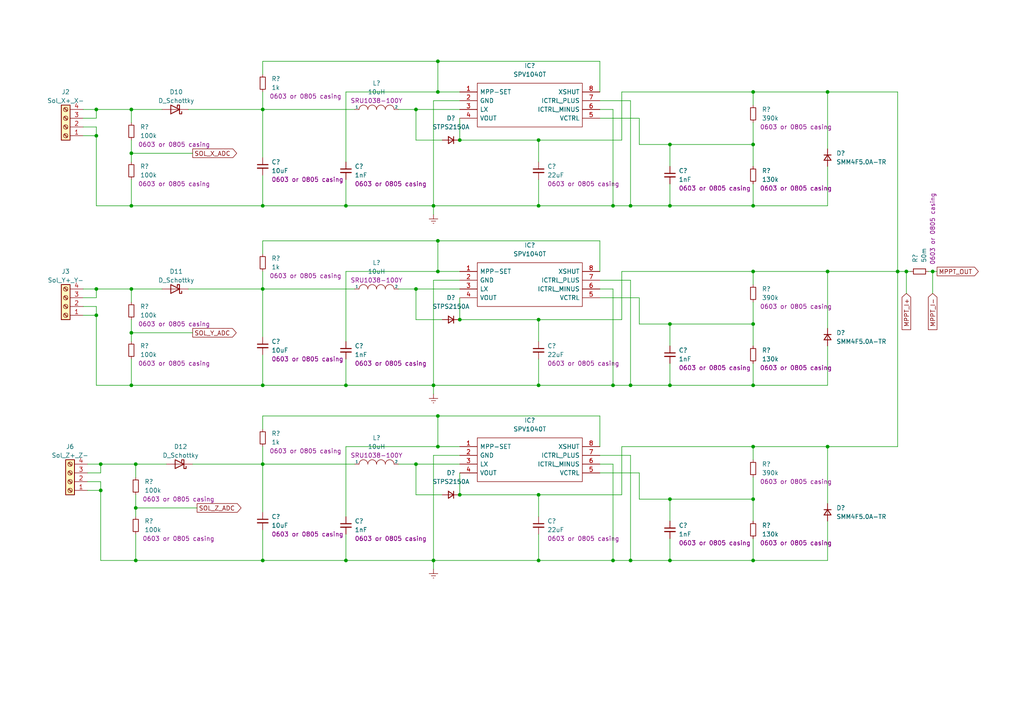
<source format=kicad_sch>
(kicad_sch (version 20230121) (generator eeschema)
  (paper "A4")
  (lib_symbols
    (symbol "Connector:Screw_Terminal_01x04" (pin_names (offset 1.016) hide)
      (property "Reference" "J" (at 0 5.08 0))
      (property "Value" "Screw_Terminal_01x04" (at 0 -7.62 0))
      (symbol "Screw_Terminal_01x04_1_1"
        (rectangle (start -1.27 3.81) (end 1.27 -6.35) (stroke (width 0.254)) (fill (type background)))
        (circle (center 0 -5.08) (radius 0.635) (stroke (width 0.1524)))
        (circle (center 0 -2.54) (radius 0.635) (stroke (width 0.1524)))
        (polyline (pts (xy -0.5334 -4.7498) (xy 0.3302 -5.588)) (stroke (width 0.1524)))
        (polyline (pts (xy -0.5334 -2.2098) (xy 0.3302 -3.048)) (stroke (width 0.1524)))
        (polyline (pts (xy -0.5334 0.3302) (xy 0.3302 -0.508)) (stroke (width 0.1524)))
        (polyline (pts (xy -0.5334 2.8702) (xy 0.3302 2.032)) (stroke (width 0.1524)))
        (polyline (pts (xy -0.3556 -4.572) (xy 0.508 -5.4102)) (stroke (width 0.1524)))
        (polyline (pts (xy -0.3556 -2.032) (xy 0.508 -2.8702)) (stroke (width 0.1524)))
        (polyline (pts (xy -0.3556 0.508) (xy 0.508 -0.3302)) (stroke (width 0.1524)))
        (polyline (pts (xy -0.3556 3.048) (xy 0.508 2.2098)) (stroke (width 0.1524)))
        (circle (center 0 0) (radius 0.635) (stroke (width 0.1524)))
        (circle (center 0 2.54) (radius 0.635) (stroke (width 0.1524)))
        (pin passive line (at -5.08 2.54 0) (length 3.81) (name "Pin_1") (number "1"))
        (pin passive line (at -5.08 0 0) (length 3.81) (name "Pin_2") (number "2"))
        (pin passive line (at -5.08 -2.54 0) (length 3.81) (name "Pin_3") (number "3"))
        (pin passive line (at -5.08 -5.08 0) (length 3.81) (name "Pin_4") (number "4"))
      )
    )
    (symbol "Device:C_Small" (pin_numbers hide) (pin_names (offset 0.254) hide)
      (property "Reference" "C" (at 0.254 1.778 0))
      (property "Value" "C_Small" (at 0.254 -2.032 0))
      (symbol "C_Small_0_1"
        (polyline (pts (xy -1.524 -0.508) (xy 1.524 -0.508)) (stroke (width 0.3302)))
        (polyline (pts (xy -1.524 0.508) (xy 1.524 0.508)) (stroke (width 0.3048)))
      )
      (symbol "C_Small_1_1"
        (pin passive line (at 0 2.54 270) (length 2.032) (name "~") (number "1"))
        (pin passive line (at 0 -2.54 90) (length 2.032) (name "~") (number "2"))
      )
    )
    (symbol "Device:D_Schottky" (pin_numbers hide) (pin_names (offset 1.016) hide)
      (property "Reference" "D" (at 0 2.54 0))
      (property "Value" "D_Schottky" (at 0 -2.54 0))
      (symbol "D_Schottky_0_1"
        (polyline (pts (xy 1.27 0) (xy -1.27 0)))
        (polyline (pts (xy 1.27 1.27) (xy 1.27 -1.27) (xy -1.27 0) (xy 1.27 1.27)) (stroke (width 0.254)))
        (polyline (pts (xy -1.905 0.635) (xy -1.905 1.27) (xy -1.27 1.27) (xy -1.27 -1.27) (xy -0.635 -1.27) (xy -0.635 -0.635)) (stroke (width 0.254)))
      )
      (symbol "D_Schottky_1_1"
        (pin passive line (at -3.81 0 0) (length 2.54) (name "K") (number "1"))
        (pin passive line (at 3.81 0 180) (length 2.54) (name "A") (number "2"))
      )
    )
    (symbol "Device:D_Small" (pin_numbers hide) (pin_names (offset 0.254) hide)
      (property "Reference" "D" (at -1.27 2.032 0))
      (property "Value" "D_Small" (at -3.81 -2.032 0))
      (symbol "D_Small_0_1"
        (polyline (pts (xy -0.762 -1.016) (xy -0.762 1.016)) (stroke (width 0.254)))
        (polyline (pts (xy -0.762 0) (xy 0.762 0)))
        (polyline (pts (xy 0.762 -1.016) (xy -0.762 0) (xy 0.762 1.016) (xy 0.762 -1.016)) (stroke (width 0.254)))
      )
      (symbol "D_Small_1_1"
        (pin passive line (at -2.54 0 0) (length 1.778) (name "K") (number "1"))
        (pin passive line (at 2.54 0 180) (length 1.778) (name "A") (number "2"))
      )
    )
    (symbol "Device:R_Small" (pin_numbers hide) (pin_names (offset 0.254) hide)
      (property "Reference" "R" (at 0.762 0.508 0))
      (property "Value" "R_Small" (at 0.762 -1.016 0))
      (symbol "R_Small_0_1"
        (rectangle (start -0.762 1.778) (end 0.762 -1.778) (stroke (width 0.2032)))
      )
      (symbol "R_Small_1_1"
        (pin passive line (at 0 2.54 270) (length 0.762) (name "~") (number "1"))
        (pin passive line (at 0 -2.54 90) (length 0.762) (name "~") (number "2"))
      )
    )
    (symbol "SPV1040T:SPV1040T" (pin_names (offset 0.762))
      (property "Reference" "IC" (at 36.83 7.62 0))
      (property "Value" "SPV1040T" (at 36.83 5.08 0))
      (symbol "SPV1040T_0_0"
        (pin passive line (at 0 0 0) (length 5.08) (name "MPP-SET") (number "1"))
        (pin passive line (at 0 -2.54 0) (length 5.08) (name "GND") (number "2"))
        (pin passive line (at 0 -5.08 0) (length 5.08) (name "LX") (number "3"))
        (pin passive line (at 0 -7.62 0) (length 5.08) (name "VOUT") (number "4"))
        (pin passive line (at 40.64 -7.62 180) (length 5.08) (name "VCTRL") (number "5"))
        (pin passive line (at 40.64 -5.08 180) (length 5.08) (name "ICTRL_MINUS") (number "6"))
        (pin passive line (at 40.64 -2.54 180) (length 5.08) (name "ICTRL_PLUS") (number "7"))
        (pin passive line (at 40.64 0 180) (length 5.08) (name "XSHUT") (number "8"))
      )
      (symbol "SPV1040T_0_1"
        (polyline (pts (xy 5.08 2.54) (xy 35.56 2.54) (xy 35.56 -10.16) (xy 5.08 -10.16) (xy 5.08 2.54)) (stroke (width 0.1524)))
      )
    )
    (symbol "power:Earth" (power) (pin_names (offset 0))
      (symbol "Earth_0_1"
        (polyline (pts (xy -0.635 -1.905) (xy 0.635 -1.905)))
        (polyline (pts (xy -0.127 -2.54) (xy 0.127 -2.54)))
        (polyline (pts (xy 0 -1.27) (xy 0 0)))
        (polyline (pts (xy 1.27 -1.27) (xy -1.27 -1.27)))
      )
      (symbol "Earth_1_1"
        (pin power_in line (at 0 0 270) (length 0) hide (name "Earth") (number "1"))
      )
    )
    (symbol "pspice:INDUCTOR" (pin_numbers hide) (pin_names (offset 0))
      (property "Reference" "L" (at 0 2.54 0))
      (property "Value" "INDUCTOR" (at 0 -1.27 0))
      (symbol "INDUCTOR_0_1"
        (arc (start -2.54 0) (mid -3.81 1.2645) (end -5.08 0))
        (arc (start 0 0) (mid -1.27 1.2645) (end -2.54 0))
        (arc (start 2.54 0) (mid 1.27 1.2645) (end 0 0))
        (arc (start 5.08 0) (mid 3.81 1.2645) (end 2.54 0))
      )
      (symbol "INDUCTOR_1_1"
        (pin input line (at -6.35 0 0) (length 1.27) (name "1") (number "1"))
        (pin input line (at 6.35 0 180) (length 1.27) (name "2") (number "2"))
      )
    )
  )
  (junction (at 156.21 162.56))
  (junction (at 39.37 134.62))
  (junction (at 27.94 39.37))
  (junction (at 76.2 83.82))
  (junction (at 100.33 59.69))
  (junction (at 194.31 111.76))
  (junction (at 127 78.74))
  (junction (at 156.21 40.64))
  (junction (at 156.21 59.69))
  (junction (at 127 120.65))
  (junction (at 38.1 111.76))
  (junction (at 194.31 59.69))
  (junction (at 120.65 134.62))
  (junction (at 38.1 59.69))
  (junction (at 100.33 111.76))
  (junction (at 177.8 162.56))
  (junction (at 39.37 147.32))
  (junction (at 194.31 144.78))
  (junction (at 262.89 78.74))
  (junction (at 29.21 142.24))
  (junction (at 218.44 41.91))
  (junction (at 133.35 40.64))
  (junction (at 177.8 111.76))
  (junction (at 218.44 144.78))
  (junction (at 182.88 59.69))
  (junction (at 218.44 26.67))
  (junction (at 125.73 162.56))
  (junction (at 194.31 93.98))
  (junction (at 260.35 78.74))
  (junction (at 76.2 59.69))
  (junction (at 133.35 143.51))
  (junction (at 156.21 92.71))
  (junction (at 100.33 162.56))
  (junction (at 127 17.78))
  (junction (at 240.03 78.74))
  (junction (at 218.44 59.69))
  (junction (at 76.2 111.76))
  (junction (at 156.21 143.51))
  (junction (at 218.44 129.54))
  (junction (at 76.2 31.75))
  (junction (at 218.44 78.74))
  (junction (at 218.44 162.56))
  (junction (at 38.1 96.52))
  (junction (at 27.94 91.44))
  (junction (at 39.37 162.56))
  (junction (at 182.88 162.56))
  (junction (at 38.1 83.82))
  (junction (at 76.2 134.62))
  (junction (at 120.65 83.82))
  (junction (at 177.8 59.69))
  (junction (at 133.35 92.71))
  (junction (at 120.65 31.75))
  (junction (at 182.88 111.76))
  (junction (at 240.03 129.54))
  (junction (at 127 26.67))
  (junction (at 125.73 59.69))
  (junction (at 156.21 111.76))
  (junction (at 240.03 26.67))
  (junction (at 125.73 111.76))
  (junction (at 29.21 134.62))
  (junction (at 194.31 41.91))
  (junction (at 194.31 162.56))
  (junction (at 270.51 78.74))
  (junction (at 38.1 44.45))
  (junction (at 127 69.85))
  (junction (at 127 129.54))
  (junction (at 38.1 31.75))
  (junction (at 218.44 111.76))
  (junction (at 76.2 162.56))
  (junction (at 27.94 31.75))
  (junction (at 218.44 93.98))
  (junction (at 27.94 83.82))
  (wire (pts (xy 260.35 78.74) (xy 260.35 129.54)))
  (wire (pts (xy 177.8 31.75) (xy 177.8 59.69)))
  (wire (pts (xy 156.21 40.64) (xy 133.35 40.64)))
  (wire (pts (xy 39.37 143.51) (xy 39.37 147.32)))
  (wire (pts (xy 27.94 111.76) (xy 27.94 91.44)))
  (wire (pts (xy 127 69.85) (xy 127 78.74)))
  (wire (pts (xy 156.21 92.71) (xy 156.21 99.06)))
  (wire (pts (xy 76.2 78.74) (xy 76.2 83.82)))
  (wire (pts (xy 76.2 83.82) (xy 76.2 97.79)))
  (wire (pts (xy 177.8 134.62) (xy 177.8 162.56)))
  (wire (pts (xy 76.2 31.75) (xy 102.87 31.75)))
  (wire (pts (xy 76.2 129.54) (xy 76.2 134.62)))
  (wire (pts (xy 194.31 105.41) (xy 194.31 111.76)))
  (wire (pts (xy 218.44 87.63) (xy 218.44 93.98)))
  (wire (pts (xy 115.57 134.62) (xy 120.65 134.62)))
  (wire (pts (xy 180.34 26.67) (xy 218.44 26.67)))
  (wire (pts (xy 38.1 52.07) (xy 38.1 59.69)))
  (wire (pts (xy 156.21 40.64) (xy 156.21 46.99)))
  (wire (pts (xy 156.21 162.56) (xy 177.8 162.56)))
  (wire (pts (xy 125.73 29.21) (xy 125.73 59.69)))
  (wire (pts (xy 27.94 39.37) (xy 24.13 39.37)))
  (wire (pts (xy 100.33 99.06) (xy 100.33 78.74)))
  (wire (pts (xy 27.94 36.83) (xy 27.94 39.37)))
  (wire (pts (xy 25.4 134.62) (xy 29.21 134.62)))
  (wire (pts (xy 218.44 53.34) (xy 218.44 59.69)))
  (wire (pts (xy 127 120.65) (xy 127 129.54)))
  (wire (pts (xy 76.2 162.56) (xy 100.33 162.56)))
  (wire (pts (xy 194.31 59.69) (xy 218.44 59.69)))
  (wire (pts (xy 133.35 86.36) (xy 133.35 92.71)))
  (wire (pts (xy 76.2 83.82) (xy 102.87 83.82)))
  (wire (pts (xy 218.44 162.56) (xy 240.03 162.56)))
  (wire (pts (xy 29.21 162.56) (xy 39.37 162.56)))
  (wire (pts (xy 194.31 53.34) (xy 194.31 59.69)))
  (wire (pts (xy 76.2 31.75) (xy 76.2 45.72)))
  (wire (pts (xy 38.1 83.82) (xy 38.1 87.63)))
  (wire (pts (xy 120.65 92.71) (xy 120.65 83.82)))
  (wire (pts (xy 127 129.54) (xy 133.35 129.54)))
  (wire (pts (xy 25.4 139.7) (xy 29.21 139.7)))
  (wire (pts (xy 38.1 31.75) (xy 38.1 35.56)))
  (wire (pts (xy 262.89 78.74) (xy 264.16 78.74)))
  (wire (pts (xy 100.33 59.69) (xy 125.73 59.69)))
  (wire (pts (xy 120.65 31.75) (xy 133.35 31.75)))
  (wire (pts (xy 100.33 111.76) (xy 125.73 111.76)))
  (wire (pts (xy 128.27 40.64) (xy 120.65 40.64)))
  (wire (pts (xy 27.94 59.69) (xy 38.1 59.69)))
  (wire (pts (xy 38.1 44.45) (xy 55.88 44.45)))
  (wire (pts (xy 76.2 17.78) (xy 127 17.78)))
  (wire (pts (xy 180.34 78.74) (xy 218.44 78.74)))
  (wire (pts (xy 173.99 134.62) (xy 177.8 134.62)))
  (wire (pts (xy 173.99 29.21) (xy 182.88 29.21)))
  (wire (pts (xy 173.99 129.54) (xy 173.99 120.65)))
  (wire (pts (xy 127 26.67) (xy 133.35 26.67)))
  (wire (pts (xy 185.42 86.36) (xy 185.42 93.98)))
  (wire (pts (xy 182.88 81.28) (xy 182.88 111.76)))
  (wire (pts (xy 240.03 151.13) (xy 240.03 162.56)))
  (wire (pts (xy 125.73 162.56) (xy 156.21 162.56)))
  (wire (pts (xy 218.44 138.43) (xy 218.44 144.78)))
  (wire (pts (xy 260.35 26.67) (xy 260.35 78.74)))
  (wire (pts (xy 39.37 134.62) (xy 39.37 138.43)))
  (wire (pts (xy 27.94 91.44) (xy 24.13 91.44)))
  (wire (pts (xy 39.37 162.56) (xy 76.2 162.56)))
  (wire (pts (xy 240.03 48.26) (xy 240.03 59.69)))
  (wire (pts (xy 270.51 78.74) (xy 270.51 85.09)))
  (wire (pts (xy 76.2 17.78) (xy 76.2 21.59)))
  (wire (pts (xy 125.73 81.28) (xy 125.73 111.76)))
  (wire (pts (xy 240.03 100.33) (xy 240.03 111.76)))
  (wire (pts (xy 76.2 50.8) (xy 76.2 59.69)))
  (wire (pts (xy 76.2 120.65) (xy 76.2 124.46)))
  (wire (pts (xy 38.1 96.52) (xy 55.88 96.52)))
  (wire (pts (xy 24.13 86.36) (xy 27.94 86.36)))
  (wire (pts (xy 177.8 59.69) (xy 182.88 59.69)))
  (wire (pts (xy 120.65 83.82) (xy 133.35 83.82)))
  (wire (pts (xy 218.44 144.78) (xy 218.44 151.13)))
  (wire (pts (xy 125.73 111.76) (xy 156.21 111.76)))
  (wire (pts (xy 218.44 26.67) (xy 218.44 30.48)))
  (wire (pts (xy 115.57 83.82) (xy 120.65 83.82)))
  (wire (pts (xy 218.44 156.21) (xy 218.44 162.56)))
  (wire (pts (xy 156.21 104.14) (xy 156.21 111.76)))
  (wire (pts (xy 180.34 129.54) (xy 180.34 143.51)))
  (wire (pts (xy 173.99 17.78) (xy 127 17.78)))
  (wire (pts (xy 38.1 83.82) (xy 46.99 83.82)))
  (wire (pts (xy 240.03 95.25) (xy 240.03 78.74)))
  (wire (pts (xy 218.44 129.54) (xy 218.44 133.35)))
  (wire (pts (xy 262.89 78.74) (xy 262.89 85.09)))
  (wire (pts (xy 156.21 52.07) (xy 156.21 59.69)))
  (wire (pts (xy 25.4 137.16) (xy 29.21 137.16)))
  (wire (pts (xy 218.44 129.54) (xy 240.03 129.54)))
  (wire (pts (xy 27.94 86.36) (xy 27.94 83.82)))
  (wire (pts (xy 173.99 86.36) (xy 185.42 86.36)))
  (wire (pts (xy 24.13 34.29) (xy 27.94 34.29)))
  (wire (pts (xy 38.1 104.14) (xy 38.1 111.76)))
  (wire (pts (xy 24.13 31.75) (xy 27.94 31.75)))
  (wire (pts (xy 218.44 105.41) (xy 218.44 111.76)))
  (wire (pts (xy 54.61 83.82) (xy 76.2 83.82)))
  (wire (pts (xy 156.21 143.51) (xy 156.21 149.86)))
  (wire (pts (xy 76.2 111.76) (xy 100.33 111.76)))
  (wire (pts (xy 240.03 43.18) (xy 240.03 26.67)))
  (wire (pts (xy 76.2 26.67) (xy 76.2 31.75)))
  (wire (pts (xy 194.31 41.91) (xy 218.44 41.91)))
  (wire (pts (xy 27.94 31.75) (xy 38.1 31.75)))
  (wire (pts (xy 194.31 93.98) (xy 194.31 100.33)))
  (wire (pts (xy 177.8 162.56) (xy 182.88 162.56)))
  (wire (pts (xy 29.21 137.16) (xy 29.21 134.62)))
  (wire (pts (xy 133.35 34.29) (xy 133.35 40.64)))
  (wire (pts (xy 100.33 104.14) (xy 100.33 111.76)))
  (wire (pts (xy 39.37 134.62) (xy 48.26 134.62)))
  (wire (pts (xy 182.88 132.08) (xy 182.88 162.56)))
  (wire (pts (xy 24.13 88.9) (xy 27.94 88.9)))
  (wire (pts (xy 38.1 92.71) (xy 38.1 96.52)))
  (wire (pts (xy 27.94 59.69) (xy 27.94 39.37)))
  (wire (pts (xy 194.31 93.98) (xy 218.44 93.98)))
  (wire (pts (xy 76.2 69.85) (xy 127 69.85)))
  (wire (pts (xy 182.88 59.69) (xy 194.31 59.69)))
  (wire (pts (xy 185.42 41.91) (xy 194.31 41.91)))
  (wire (pts (xy 24.13 36.83) (xy 27.94 36.83)))
  (wire (pts (xy 38.1 111.76) (xy 76.2 111.76)))
  (wire (pts (xy 39.37 147.32) (xy 39.37 149.86)))
  (wire (pts (xy 125.73 59.69) (xy 156.21 59.69)))
  (wire (pts (xy 156.21 154.94) (xy 156.21 162.56)))
  (wire (pts (xy 76.2 102.87) (xy 76.2 111.76)))
  (wire (pts (xy 173.99 31.75) (xy 177.8 31.75)))
  (wire (pts (xy 133.35 137.16) (xy 133.35 143.51)))
  (wire (pts (xy 180.34 40.64) (xy 156.21 40.64)))
  (wire (pts (xy 180.34 78.74) (xy 180.34 92.71)))
  (wire (pts (xy 55.88 134.62) (xy 76.2 134.62)))
  (wire (pts (xy 218.44 41.91) (xy 218.44 48.26)))
  (wire (pts (xy 76.2 69.85) (xy 76.2 73.66)))
  (wire (pts (xy 260.35 78.74) (xy 262.89 78.74)))
  (wire (pts (xy 156.21 111.76) (xy 177.8 111.76)))
  (wire (pts (xy 218.44 93.98) (xy 218.44 100.33)))
  (wire (pts (xy 156.21 59.69) (xy 177.8 59.69)))
  (wire (pts (xy 24.13 83.82) (xy 27.94 83.82)))
  (wire (pts (xy 125.73 132.08) (xy 125.73 162.56)))
  (wire (pts (xy 218.44 78.74) (xy 218.44 82.55)))
  (wire (pts (xy 76.2 153.67) (xy 76.2 162.56)))
  (wire (pts (xy 39.37 154.94) (xy 39.37 162.56)))
  (wire (pts (xy 125.73 59.69) (xy 125.73 62.23)))
  (wire (pts (xy 173.99 83.82) (xy 177.8 83.82)))
  (wire (pts (xy 218.44 78.74) (xy 240.03 78.74)))
  (wire (pts (xy 156.21 143.51) (xy 133.35 143.51)))
  (wire (pts (xy 27.94 34.29) (xy 27.94 31.75)))
  (wire (pts (xy 120.65 143.51) (xy 120.65 134.62)))
  (wire (pts (xy 240.03 129.54) (xy 260.35 129.54)))
  (wire (pts (xy 125.73 162.56) (xy 125.73 165.1)))
  (wire (pts (xy 76.2 134.62) (xy 76.2 148.59)))
  (wire (pts (xy 182.88 29.21) (xy 182.88 59.69)))
  (wire (pts (xy 29.21 139.7) (xy 29.21 142.24)))
  (wire (pts (xy 194.31 41.91) (xy 194.31 48.26)))
  (wire (pts (xy 185.42 137.16) (xy 185.42 144.78)))
  (wire (pts (xy 133.35 29.21) (xy 125.73 29.21)))
  (wire (pts (xy 218.44 35.56) (xy 218.44 41.91)))
  (wire (pts (xy 269.24 78.74) (xy 270.51 78.74)))
  (wire (pts (xy 133.35 81.28) (xy 125.73 81.28)))
  (wire (pts (xy 54.61 31.75) (xy 76.2 31.75)))
  (wire (pts (xy 27.94 88.9) (xy 27.94 91.44)))
  (wire (pts (xy 173.99 137.16) (xy 185.42 137.16)))
  (wire (pts (xy 156.21 92.71) (xy 133.35 92.71)))
  (wire (pts (xy 76.2 59.69) (xy 100.33 59.69)))
  (wire (pts (xy 240.03 26.67) (xy 260.35 26.67)))
  (wire (pts (xy 194.31 111.76) (xy 218.44 111.76)))
  (wire (pts (xy 194.31 144.78) (xy 194.31 151.13)))
  (wire (pts (xy 100.33 154.94) (xy 100.33 162.56)))
  (wire (pts (xy 127 17.78) (xy 127 26.67)))
  (wire (pts (xy 133.35 132.08) (xy 125.73 132.08)))
  (wire (pts (xy 180.34 92.71) (xy 156.21 92.71)))
  (wire (pts (xy 173.99 120.65) (xy 127 120.65)))
  (wire (pts (xy 100.33 52.07) (xy 100.33 59.69)))
  (wire (pts (xy 128.27 92.71) (xy 120.65 92.71)))
  (wire (pts (xy 173.99 132.08) (xy 182.88 132.08)))
  (wire (pts (xy 38.1 40.64) (xy 38.1 44.45)))
  (wire (pts (xy 240.03 78.74) (xy 260.35 78.74)))
  (wire (pts (xy 173.99 81.28) (xy 182.88 81.28)))
  (wire (pts (xy 100.33 46.99) (xy 100.33 26.67)))
  (wire (pts (xy 177.8 111.76) (xy 182.88 111.76)))
  (wire (pts (xy 218.44 59.69) (xy 240.03 59.69)))
  (wire (pts (xy 115.57 31.75) (xy 120.65 31.75)))
  (wire (pts (xy 270.51 78.74) (xy 271.78 78.74)))
  (wire (pts (xy 27.94 83.82) (xy 38.1 83.82)))
  (wire (pts (xy 38.1 96.52) (xy 38.1 99.06)))
  (wire (pts (xy 185.42 93.98) (xy 194.31 93.98)))
  (wire (pts (xy 29.21 142.24) (xy 25.4 142.24)))
  (wire (pts (xy 39.37 147.32) (xy 57.15 147.32)))
  (wire (pts (xy 120.65 40.64) (xy 120.65 31.75)))
  (wire (pts (xy 125.73 111.76) (xy 125.73 114.3)))
  (wire (pts (xy 173.99 78.74) (xy 173.99 69.85)))
  (wire (pts (xy 38.1 31.75) (xy 46.99 31.75)))
  (wire (pts (xy 100.33 162.56) (xy 125.73 162.56)))
  (wire (pts (xy 180.34 26.67) (xy 180.34 40.64)))
  (wire (pts (xy 182.88 162.56) (xy 194.31 162.56)))
  (wire (pts (xy 218.44 26.67) (xy 240.03 26.67)))
  (wire (pts (xy 173.99 34.29) (xy 185.42 34.29)))
  (wire (pts (xy 27.94 111.76) (xy 38.1 111.76)))
  (wire (pts (xy 76.2 134.62) (xy 102.87 134.62)))
  (wire (pts (xy 185.42 144.78) (xy 194.31 144.78)))
  (wire (pts (xy 194.31 162.56) (xy 218.44 162.56)))
  (wire (pts (xy 100.33 129.54) (xy 127 129.54)))
  (wire (pts (xy 185.42 34.29) (xy 185.42 41.91)))
  (wire (pts (xy 194.31 144.78) (xy 218.44 144.78)))
  (wire (pts (xy 177.8 83.82) (xy 177.8 111.76)))
  (wire (pts (xy 100.33 149.86) (xy 100.33 129.54)))
  (wire (pts (xy 38.1 59.69) (xy 76.2 59.69)))
  (wire (pts (xy 240.03 146.05) (xy 240.03 129.54)))
  (wire (pts (xy 76.2 120.65) (xy 127 120.65)))
  (wire (pts (xy 180.34 129.54) (xy 218.44 129.54)))
  (wire (pts (xy 218.44 111.76) (xy 240.03 111.76)))
  (wire (pts (xy 182.88 111.76) (xy 194.31 111.76)))
  (wire (pts (xy 100.33 26.67) (xy 127 26.67)))
  (wire (pts (xy 180.34 143.51) (xy 156.21 143.51)))
  (wire (pts (xy 29.21 134.62) (xy 39.37 134.62)))
  (wire (pts (xy 173.99 69.85) (xy 127 69.85)))
  (wire (pts (xy 120.65 134.62) (xy 133.35 134.62)))
  (wire (pts (xy 127 78.74) (xy 133.35 78.74)))
  (wire (pts (xy 194.31 156.21) (xy 194.31 162.56)))
  (wire (pts (xy 173.99 26.67) (xy 173.99 17.78)))
  (wire (pts (xy 128.27 143.51) (xy 120.65 143.51)))
  (wire (pts (xy 38.1 44.45) (xy 38.1 46.99)))
  (wire (pts (xy 29.21 162.56) (xy 29.21 142.24)))
  (wire (pts (xy 100.33 78.74) (xy 127 78.74)))
  (global_label "SOL_Z_ADC" (shape output) (at 57.15 147.32 0) (property "Intersheetrefs" "${INTERSHEET_REFS}" (effects hide)))
  (global_label "MPPT_I-" (shape input) (at 270.51 85.09 270) (property "Intersheetrefs" "${INTERSHEET_REFS}" (effects hide)))
  (global_label "SOL_Y_ADC" (shape output) (at 55.88 96.52 0) (property "Intersheetrefs" "${INTERSHEET_REFS}" (effects hide)))
  (global_label "MPPT_I+" (shape input) (at 262.89 85.09 270) (property "Intersheetrefs" "${INTERSHEET_REFS}" (effects hide)))
  (global_label "SOL_X_ADC" (shape output) (at 55.88 44.45 0) (property "Intersheetrefs" "${INTERSHEET_REFS}" (effects hide)))
  (global_label "MPPT_OUT" (shape output) (at 271.78 78.74 0) (property "Intersheetrefs" "${INTERSHEET_REFS}" (effects hide)))
  (symbol (lib_id "Device:R_Small") (at 38.1 38.1 0) (unit 1)
    (property "Reference" "R?" (at 40.64 36.8299 0) (effects (justify left)))
    (property "Value" "100k" (at 40.64 39.3699 0) (effects (justify left)))
    (property "Footprint" "Resistor_SMD:R_0805_2012Metric" (effects hide))
    (property "Field4" "0603 or 0805 casing" (at 60.96 41.91 0) (effects (justify right)))
    (instances (project "FinalBoardCircuits" (path "" (reference "R?") (unit 1))) (project "pcb" (path "" (reference "R32") (unit 1))))
  )
  (symbol (lib_id "Device:D_Small") (at 130.81 143.51 180) (unit 1)
    (property "Reference" "D?" (at 130.81 137.16 0))
    (property "Value" "STPS2150A" (at 130.81 139.7 0))
    (property "Footprint" "Schottky DD with stock:DIOM5126X265N" (effects hide))
    (instances (project "FinalBoardCircuits" (path "" (reference "D?") (unit 1))) (project "pcb" (path "" (reference "D8") (unit 1))))
  )
  (symbol (lib_id "Device:C_Small") (at 76.2 151.13 0) (unit 1)
    (property "Reference" "C?" (at 78.74 149.8662 0) (effects (justify left)))
    (property "Value" "10uF" (at 78.74 152.4062 0) (effects (justify left)))
    (property "Footprint" "10uF MLCC:CAPC2012X94N" (effects hide))
    (property "Field4" "0603 or 0805 casing" (at 78.74 154.94 0) (effects (justify left)))
    (instances (project "FinalBoardCircuits" (path "" (reference "C?") (unit 1))) (project "pcb" (path "" (reference "C38") (unit 1))))
  )
  (symbol (lib_id "Device:D_Small") (at 240.03 148.59 270) (unit 1)
    (property "Reference" "D?" (at 242.57 147.3199 90) (effects (justify left)))
    (property "Value" "SMM4F5.0A-TR" (at 242.57 149.8599 90) (effects (justify left)))
    (property "Footprint" "Schottky DD with stock:DIOM5126X265N" (effects hide))
    (instances (project "FinalBoardCircuits" (path "" (reference "D?") (unit 1))) (project "pcb" (path "" (reference "D9") (unit 1))))
  )
  (symbol (lib_id "Device:C_Small") (at 100.33 101.6 0) (unit 1)
    (property "Reference" "C?" (at 102.87 100.3362 0) (effects (justify left)))
    (property "Value" "1nF" (at 102.87 102.8762 0) (effects (justify left)))
    (property "Footprint" "47nF:C1005_Commercial" (effects hide))
    (property "Field4" "0603 or 0805 casing" (at 102.87 105.41 0) (effects (justify left)))
    (instances (project "FinalBoardCircuits" (path "" (reference "C?") (unit 1))) (project "pcb" (path "" (reference "C35") (unit 1))))
  )
  (symbol (lib_id "Device:C_Small") (at 156.21 101.6 0) (unit 1)
    (property "Reference" "C?" (at 158.75 100.3362 0) (effects (justify left)))
    (property "Value" "22uF" (at 158.75 102.8762 0) (effects (justify left)))
    (property "Footprint" "10uF MLCC:CAPC2012X94N" (effects hide))
    (property "Field4" "0603 or 0805 casing" (at 158.75 105.41 0) (effects (justify left)))
    (instances (project "FinalBoardCircuits" (path "" (reference "C?") (unit 1))) (project "pcb" (path "" (reference "C36") (unit 1))))
  )
  (symbol (lib_id "pspice:INDUCTOR") (at 109.22 83.82 0) (unit 1)
    (property "Reference" "L?" (at 109.22 76.2 0))
    (property "Value" "10uH" (at 109.22 78.74 0))
    (property "Footprint" "indc 2.2uH:IHLP2020CZER2R2M8A" (effects hide))
    (property "Field4" "SRU1038-100Y" (at 109.22 81.28 0))
    (instances (project "FinalBoardCircuits" (path "" (reference "L?") (unit 1))) (project "pcb" (path "" (reference "L6") (unit 1))))
  )
  (symbol (lib_id "Device:R_Small") (at 39.37 140.97 0) (unit 1)
    (property "Reference" "R?" (at 41.91 139.6999 0) (effects (justify left)))
    (property "Value" "100k" (at 41.91 142.2399 0) (effects (justify left)))
    (property "Footprint" "Resistor_SMD:R_0805_2012Metric" (effects hide))
    (property "Field4" "0603 or 0805 casing" (at 62.23 144.78 0) (effects (justify right)))
    (instances (project "FinalBoardCircuits" (path "" (reference "R?") (unit 1))) (project "pcb" (path "" (reference "R36") (unit 1))))
  )
  (symbol (lib_id "Device:D_Small") (at 240.03 45.72 270) (unit 1)
    (property "Reference" "D?" (at 242.57 44.4499 90) (effects (justify left)))
    (property "Value" "SMM4F5.0A-TR" (at 242.57 46.9899 90) (effects (justify left)))
    (property "Footprint" "Schottky DD with stock:DIOM5126X265N" (effects hide))
    (instances (project "FinalBoardCircuits" (path "" (reference "D?") (unit 1))) (project "pcb" (path "" (reference "D2") (unit 1))))
  )
  (symbol (lib_id "Device:R_Small") (at 218.44 153.67 0) (unit 1)
    (property "Reference" "R?" (at 220.98 152.3999 0) (effects (justify left)))
    (property "Value" "130k" (at 220.98 154.9399 0) (effects (justify left)))
    (property "Footprint" "Resistor_SMD:R_0805_2012Metric" (effects hide))
    (property "Field4" "0603 or 0805 casing" (at 241.3 157.48 0) (effects (justify right)))
    (instances (project "FinalBoardCircuits" (path "" (reference "R?") (unit 1))) (project "pcb" (path "" (reference "R31") (unit 1))))
  )
  (symbol (lib_id "Device:D_Schottky") (at 52.07 134.62 180) (unit 1)
    (property "Reference" "D12" (at 52.3875 129.54 0))
    (property "Value" "D_Schottky" (at 52.3875 132.08 0))
    (property "Footprint" "Schottky DD with stock:DIOM5126X265N" (effects hide))
  )
  (symbol (lib_id "Device:R_Small") (at 218.44 85.09 0) (unit 1)
    (property "Reference" "R?" (at 220.98 83.8199 0) (effects (justify left)))
    (property "Value" "390k" (at 220.98 86.3599 0) (effects (justify left)))
    (property "Footprint" "Resistor_SMD:R_0805_2012Metric" (effects hide))
    (property "Field4" "0603 or 0805 casing" (at 241.3 88.9 0) (effects (justify right)))
    (instances (project "FinalBoardCircuits" (path "" (reference "R?") (unit 1))) (project "pcb" (path "" (reference "R27") (unit 1))))
  )
  (symbol (lib_id "SPV1040T:SPV1040T") (at 133.35 78.74 0) (unit 1)
    (property "Reference" "IC?" (at 153.67 71.12 0))
    (property "Value" "SPV1040T" (at 153.67 73.66 0))
    (property "Footprint" "MPPT:SPV1040T" (effects hide))
    (property "Description" "Voltage Regulators - Switching Regulators Hi efficiency solar battery charger" (effects hide))
    (property "Height" "1.2" (effects hide))
    (property "Mouser Part Number" "511-SPV1040T" (effects hide))
    (property "Mouser Price/Stock" "https://www.mouser.co.uk/ProductDetail/STMicroelectronics/SPV1040T?qs=7qOP6AeGKU1lga8RjcaFUQ%3D%3D" (effects hide))
    (property "Manufacturer_Name" "STMicroelectronics" (effects hide))
    (property "Manufacturer_Part_Number" "SPV1040T" (effects hide))
    (instances (project "FinalBoardCircuits" (path "" (reference "IC?") (unit 1))) (project "pcb" (path "" (reference "IC4") (unit 1))))
  )
  (symbol (lib_id "Device:R_Small") (at 39.37 152.4 0) (unit 1)
    (property "Reference" "R?" (at 41.91 151.1299 0) (effects (justify left)))
    (property "Value" "100k" (at 41.91 153.6699 0) (effects (justify left)))
    (property "Footprint" "Resistor_SMD:R_0805_2012Metric" (effects hide))
    (property "Field4" "0603 or 0805 casing" (at 62.23 156.21 0) (effects (justify right)))
    (instances (project "FinalBoardCircuits" (path "" (reference "R?") (unit 1))) (project "pcb" (path "" (reference "R37") (unit 1))))
  )
  (symbol (lib_id "Device:D_Schottky") (at 50.8 31.75 180) (unit 1)
    (property "Reference" "D10" (at 51.1175 26.67 0))
    (property "Value" "D_Schottky" (at 51.1175 29.21 0))
    (property "Footprint" "Schottky DD with stock:DIOM5126X265N" (effects hide))
  )
  (symbol (lib_id "SPV1040T:SPV1040T") (at 133.35 26.67 0) (unit 1)
    (property "Reference" "IC?" (at 153.67 19.05 0))
    (property "Value" "SPV1040T" (at 153.67 21.59 0))
    (property "Footprint" "MPPT:SPV1040T" (effects hide))
    (property "Description" "Voltage Regulators - Switching Regulators Hi efficiency solar battery charger" (effects hide))
    (property "Height" "1.2" (effects hide))
    (property "Mouser Part Number" "511-SPV1040T" (effects hide))
    (property "Mouser Price/Stock" "https://www.mouser.co.uk/ProductDetail/STMicroelectronics/SPV1040T?qs=7qOP6AeGKU1lga8RjcaFUQ%3D%3D" (effects hide))
    (property "Manufacturer_Name" "STMicroelectronics" (effects hide))
    (property "Manufacturer_Part_Number" "SPV1040T" (effects hide))
    (instances (project "FinalBoardCircuits" (path "" (reference "IC?") (unit 1))) (project "pcb" (path "" (reference "IC2") (unit 1))))
  )
  (symbol (lib_id "power:Earth") (at 125.73 114.3 0) (unit 1)
    (property "Reference" "#PWR03" (effects hide))
    (property "Value" "Earth" (effects hide))
  )
  (symbol (lib_id "Device:C_Small") (at 194.31 153.67 0) (unit 1)
    (property "Reference" "C?" (at 196.85 152.4062 0) (effects (justify left)))
    (property "Value" "1nF" (at 196.85 154.9462 0) (effects (justify left)))
    (property "Footprint" "47nF:C1005_Commercial" (effects hide))
    (property "Field4" "0603 or 0805 casing" (at 196.85 157.48 0) (effects (justify left)))
    (instances (project "FinalBoardCircuits" (path "" (reference "C?") (unit 1))) (project "pcb" (path "" (reference "C41") (unit 1))))
  )
  (symbol (lib_id "Device:C_Small") (at 76.2 100.33 0) (unit 1)
    (property "Reference" "C?" (at 78.74 99.0662 0) (effects (justify left)))
    (property "Value" "10uF" (at 78.74 101.6062 0) (effects (justify left)))
    (property "Footprint" "10uF MLCC:CAPC2012X94N" (effects hide))
    (property "Field4" "0603 or 0805 casing" (at 78.74 104.14 0) (effects (justify left)))
    (instances (project "FinalBoardCircuits" (path "" (reference "C?") (unit 1))) (project "pcb" (path "" (reference "C34") (unit 1))))
  )
  (symbol (lib_id "Device:C_Small") (at 76.2 48.26 0) (unit 1)
    (property "Reference" "C?" (at 78.74 46.9962 0) (effects (justify left)))
    (property "Value" "10uF" (at 78.74 49.5362 0) (effects (justify left)))
    (property "Footprint" "10uF MLCC:CAPC2012X94N" (effects hide))
    (property "Field4" "0603 or 0805 casing" (at 78.74 52.07 0) (effects (justify left)))
    (instances (project "FinalBoardCircuits" (path "" (reference "C?") (unit 1))) (project "pcb" (path "" (reference "C6") (unit 1))))
  )
  (symbol (lib_id "Device:R_Small") (at 218.44 102.87 0) (unit 1)
    (property "Reference" "R?" (at 220.98 101.5999 0) (effects (justify left)))
    (property "Value" "130k" (at 220.98 104.1399 0) (effects (justify left)))
    (property "Footprint" "Resistor_SMD:R_0805_2012Metric" (effects hide))
    (property "Field4" "0603 or 0805 casing" (at 241.3 106.68 0) (effects (justify right)))
    (instances (project "FinalBoardCircuits" (path "" (reference "R?") (unit 1))) (project "pcb" (path "" (reference "R28") (unit 1))))
  )
  (symbol (lib_id "Device:R_Small") (at 38.1 101.6 0) (unit 1)
    (property "Reference" "R?" (at 40.64 100.3299 0) (effects (justify left)))
    (property "Value" "100k" (at 40.64 102.8699 0) (effects (justify left)))
    (property "Footprint" "Resistor_SMD:R_0805_2012Metric" (effects hide))
    (property "Field4" "0603 or 0805 casing" (at 60.96 105.41 0) (effects (justify right)))
    (instances (project "FinalBoardCircuits" (path "" (reference "R?") (unit 1))) (project "pcb" (path "" (reference "R35") (unit 1))))
  )
  (symbol (lib_id "Device:D_Small") (at 130.81 92.71 180) (unit 1)
    (property "Reference" "D?" (at 130.81 86.36 0))
    (property "Value" "STPS2150A" (at 130.81 88.9 0))
    (property "Footprint" "Schottky DD with stock:DIOM5126X265N" (effects hide))
    (instances (project "FinalBoardCircuits" (path "" (reference "D?") (unit 1))) (project "pcb" (path "" (reference "D6") (unit 1))))
  )
  (symbol (lib_id "Device:R_Small") (at 218.44 33.02 0) (unit 1)
    (property "Reference" "R?" (at 220.98 31.7499 0) (effects (justify left)))
    (property "Value" "390k" (at 220.98 34.2899 0) (effects (justify left)))
    (property "Footprint" "Resistor_SMD:R_0805_2012Metric" (effects hide))
    (property "Field4" "0603 or 0805 casing" (at 241.3 36.83 0) (effects (justify right)))
    (instances (project "FinalBoardCircuits" (path "" (reference "R?") (unit 1))) (project "pcb" (path "" (reference "R7") (unit 1))))
  )
  (symbol (lib_id "SPV1040T:SPV1040T") (at 133.35 129.54 0) (unit 1)
    (property "Reference" "IC?" (at 153.67 121.92 0))
    (property "Value" "SPV1040T" (at 153.67 124.46 0))
    (property "Footprint" "MPPT:SPV1040T" (effects hide))
    (property "Description" "Voltage Regulators - Switching Regulators Hi efficiency solar battery charger" (effects hide))
    (property "Height" "1.2" (effects hide))
    (property "Mouser Part Number" "511-SPV1040T" (effects hide))
    (property "Mouser Price/Stock" "https://www.mouser.co.uk/ProductDetail/STMicroelectronics/SPV1040T?qs=7qOP6AeGKU1lga8RjcaFUQ%3D%3D" (effects hide))
    (property "Manufacturer_Name" "STMicroelectronics" (effects hide))
    (property "Manufacturer_Part_Number" "SPV1040T" (effects hide))
    (instances (project "FinalBoardCircuits" (path "" (reference "IC?") (unit 1))) (project "pcb" (path "" (reference "IC5") (unit 1))))
  )
  (symbol (lib_id "Device:C_Small") (at 100.33 152.4 0) (unit 1)
    (property "Reference" "C?" (at 102.87 151.1362 0) (effects (justify left)))
    (property "Value" "1nF" (at 102.87 153.6762 0) (effects (justify left)))
    (property "Footprint" "47nF:C1005_Commercial" (effects hide))
    (property "Field4" "0603 or 0805 casing" (at 102.87 156.21 0) (effects (justify left)))
    (instances (project "FinalBoardCircuits" (path "" (reference "C?") (unit 1))) (project "pcb" (path "" (reference "C39") (unit 1))))
  )
  (symbol (lib_id "Device:C_Small") (at 194.31 102.87 0) (unit 1)
    (property "Reference" "C?" (at 196.85 101.6062 0) (effects (justify left)))
    (property "Value" "1nF" (at 196.85 104.1462 0) (effects (justify left)))
    (property "Footprint" "47nF:C1005_Commercial" (effects hide))
    (property "Field4" "0603 or 0805 casing" (at 196.85 106.68 0) (effects (justify left)))
    (instances (project "FinalBoardCircuits" (path "" (reference "C?") (unit 1))) (project "pcb" (path "" (reference "C37") (unit 1))))
  )
  (symbol (lib_id "Device:C_Small") (at 156.21 49.53 0) (unit 1)
    (property "Reference" "C?" (at 158.75 48.2662 0) (effects (justify left)))
    (property "Value" "22uF" (at 158.75 50.8062 0) (effects (justify left)))
    (property "Footprint" "10uF MLCC:CAPC2012X94N" (effects hide))
    (property "Field4" "0603 or 0805 casing" (at 158.75 53.34 0) (effects (justify left)))
    (instances (project "FinalBoardCircuits" (path "" (reference "C?") (unit 1))) (project "pcb" (path "" (reference "C8") (unit 1))))
  )
  (symbol (lib_id "Device:C_Small") (at 156.21 152.4 0) (unit 1)
    (property "Reference" "C?" (at 158.75 151.1362 0) (effects (justify left)))
    (property "Value" "22uF" (at 158.75 153.6762 0) (effects (justify left)))
    (property "Footprint" "10uF MLCC:CAPC2012X94N" (effects hide))
    (property "Field4" "0603 or 0805 casing" (at 158.75 156.21 0) (effects (justify left)))
    (instances (project "FinalBoardCircuits" (path "" (reference "C?") (unit 1))) (project "pcb" (path "" (reference "C40") (unit 1))))
  )
  (symbol (lib_id "Device:R_Small") (at 218.44 50.8 0) (unit 1)
    (property "Reference" "R?" (at 220.98 49.5299 0) (effects (justify left)))
    (property "Value" "130k" (at 220.98 52.0699 0) (effects (justify left)))
    (property "Footprint" "Resistor_SMD:R_0805_2012Metric" (effects hide))
    (property "Field4" "0603 or 0805 casing" (at 241.3 54.61 0) (effects (justify right)))
    (instances (project "FinalBoardCircuits" (path "" (reference "R?") (unit 1))) (project "pcb" (path "" (reference "R8") (unit 1))))
  )
  (symbol (lib_id "Device:C_Small") (at 100.33 49.53 0) (unit 1)
    (property "Reference" "C?" (at 102.87 48.2662 0) (effects (justify left)))
    (property "Value" "1nF" (at 102.87 50.8062 0) (effects (justify left)))
    (property "Footprint" "47nF:C1005_Commercial" (effects hide))
    (property "Field4" "0603 or 0805 casing" (at 102.87 53.34 0) (effects (justify left)))
    (instances (project "FinalBoardCircuits" (path "" (reference "C?") (unit 1))) (project "pcb" (path "" (reference "C7") (unit 1))))
  )
  (symbol (lib_id "Connector:Screw_Terminal_01x04") (at 19.05 88.9 180) (unit 1)
    (property "Reference" "J3" (at 19.05 78.74 0))
    (property "Value" "Sol_Y+_Y-" (at 19.05 81.28 0))
    (property "Footprint" "Connector_JST:JST_GH_SM04B-GHS-TB_1x04-1MP_P1.25mm_Horizontal" (effects hide))
  )
  (symbol (lib_id "pspice:INDUCTOR") (at 109.22 134.62 0) (unit 1)
    (property "Reference" "L?" (at 109.22 127 0))
    (property "Value" "10uH" (at 109.22 129.54 0))
    (property "Footprint" "indc 2.2uH:IHLP2020CZER2R2M8A" (effects hide))
    (property "Field4" "SRU1038-100Y" (at 109.22 132.08 0))
    (instances (project "FinalBoardCircuits" (path "" (reference "L?") (unit 1))) (project "pcb" (path "" (reference "L7") (unit 1))))
  )
  (symbol (lib_id "Device:R_Small") (at 38.1 90.17 0) (unit 1)
    (property "Reference" "R?" (at 40.64 88.8999 0) (effects (justify left)))
    (property "Value" "100k" (at 40.64 91.4399 0) (effects (justify left)))
    (property "Footprint" "Resistor_SMD:R_0805_2012Metric" (effects hide))
    (property "Field4" "0603 or 0805 casing" (at 60.96 93.98 0) (effects (justify right)))
    (instances (project "FinalBoardCircuits" (path "" (reference "R?") (unit 1))) (project "pcb" (path "" (reference "R34") (unit 1))))
  )
  (symbol (lib_id "Device:D_Small") (at 130.81 40.64 180) (unit 1)
    (property "Reference" "D?" (at 130.81 34.29 0))
    (property "Value" "STPS2150A" (at 130.81 36.83 0))
    (property "Footprint" "Schottky DD with stock:DIOM5126X265N" (effects hide))
    (instances (project "FinalBoardCircuits" (path "" (reference "D?") (unit 1))) (project "pcb" (path "" (reference "D1") (unit 1))))
  )
  (symbol (lib_id "Device:D_Schottky") (at 50.8 83.82 180) (unit 1)
    (property "Reference" "D11" (at 51.1175 78.74 0))
    (property "Value" "D_Schottky" (at 51.1175 81.28 0))
    (property "Footprint" "Schottky DD with stock:DIOM5126X265N" (effects hide))
  )
  (symbol (lib_id "Device:C_Small") (at 194.31 50.8 0) (unit 1)
    (property "Reference" "C?" (at 196.85 49.5362 0) (effects (justify left)))
    (property "Value" "1nF" (at 196.85 52.0762 0) (effects (justify left)))
    (property "Footprint" "47nF:C1005_Commercial" (effects hide))
    (property "Field4" "0603 or 0805 casing" (at 196.85 54.61 0) (effects (justify left)))
    (instances (project "FinalBoardCircuits" (path "" (reference "C?") (unit 1))) (project "pcb" (path "" (reference "C9") (unit 1))))
  )
  (symbol (lib_id "Device:R_Small") (at 76.2 24.13 0) (unit 1)
    (property "Reference" "R?" (at 78.74 22.8599 0) (effects (justify left)))
    (property "Value" "1k" (at 78.74 25.3999 0) (effects (justify left)))
    (property "Footprint" "Resistor_SMD:R_0805_2012Metric" (effects hide))
    (property "Field4" "0603 or 0805 casing" (at 99.06 27.94 0) (effects (justify right)))
    (instances (project "FinalBoardCircuits" (path "" (reference "R?") (unit 1))) (project "pcb" (path "" (reference "R6") (unit 1))))
  )
  (symbol (lib_id "power:Earth") (at 125.73 165.1 0) (unit 1)
    (property "Reference" "#PWR045" (effects hide))
    (property "Value" "Earth" (effects hide))
  )
  (symbol (lib_id "Device:R_Small") (at 266.7 78.74 90) (unit 1)
    (property "Reference" "R?" (at 265.4299 76.2 0) (effects (justify left)))
    (property "Value" "50m" (at 267.9699 76.2 0) (effects (justify left)))
    (property "Footprint" "Resistor_SMD:R_0805_2012Metric" (effects hide))
    (property "Field4" "0603 or 0805 casing" (at 270.51 55.88 0) (effects (justify right)))
    (instances (project "FinalBoardCircuits" (path "" (reference "R?") (unit 1))) (project "pcb" (path "" (reference "R56") (unit 1))))
  )
  (symbol (lib_id "Connector:Screw_Terminal_01x04") (at 20.32 139.7 180) (unit 1)
    (property "Reference" "J6" (at 20.32 129.54 0))
    (property "Value" "Sol_Z+_Z-" (at 20.32 132.08 0))
    (property "Footprint" "Connector_JST:JST_GH_SM04B-GHS-TB_1x04-1MP_P1.25mm_Horizontal" (effects hide))
  )
  (symbol (lib_id "pspice:INDUCTOR") (at 109.22 31.75 0) (unit 1)
    (property "Reference" "L?" (at 109.22 24.13 0))
    (property "Value" "10uH" (at 109.22 26.67 0))
    (property "Footprint" "indc 2.2uH:IHLP2020CZER2R2M8A" (effects hide))
    (property "Field4" "SRU1038-100Y" (at 109.22 29.21 0))
    (instances (project "FinalBoardCircuits" (path "" (reference "L?") (unit 1))) (project "pcb" (path "" (reference "L2") (unit 1))))
  )
  (symbol (lib_id "Device:R_Small") (at 76.2 76.2 0) (unit 1)
    (property "Reference" "R?" (at 78.74 74.9299 0) (effects (justify left)))
    (property "Value" "1k" (at 78.74 77.4699 0) (effects (justify left)))
    (property "Footprint" "Resistor_SMD:R_0805_2012Metric" (effects hide))
    (property "Field4" "0603 or 0805 casing" (at 99.06 80.01 0) (effects (justify right)))
    (instances (project "FinalBoardCircuits" (path "" (reference "R?") (unit 1))) (project "pcb" (path "" (reference "R26") (unit 1))))
  )
  (symbol (lib_id "Device:R_Small") (at 76.2 127 0) (unit 1)
    (property "Reference" "R?" (at 78.74 125.7299 0) (effects (justify left)))
    (property "Value" "1k" (at 78.74 128.2699 0) (effects (justify left)))
    (property "Footprint" "Resistor_SMD:R_0805_2012Metric" (effects hide))
    (property "Field4" "0603 or 0805 casing" (at 99.06 130.81 0) (effects (justify right)))
    (instances (project "FinalBoardCircuits" (path "" (reference "R?") (unit 1))) (project "pcb" (path "" (reference "R29") (unit 1))))
  )
  (symbol (lib_id "Device:R_Small") (at 38.1 49.53 0) (unit 1)
    (property "Reference" "R?" (at 40.64 48.2599 0) (effects (justify left)))
    (property "Value" "100k" (at 40.64 50.7999 0) (effects (justify left)))
    (property "Footprint" "Resistor_SMD:R_0805_2012Metric" (effects hide))
    (property "Field4" "0603 or 0805 casing" (at 60.96 53.34 0) (effects (justify right)))
    (instances (project "FinalBoardCircuits" (path "" (reference "R?") (unit 1))) (project "pcb" (path "" (reference "R33") (unit 1))))
  )
  (symbol (lib_id "power:Earth") (at 125.73 62.23 0) (unit 1)
    (property "Reference" "#PWR01" (effects hide))
    (property "Value" "Earth" (effects hide))
  )
  (symbol (lib_id "Device:R_Small") (at 218.44 135.89 0) (unit 1)
    (property "Reference" "R?" (at 220.98 134.6199 0) (effects (justify left)))
    (property "Value" "390k" (at 220.98 137.1599 0) (effects (justify left)))
    (property "Footprint" "Resistor_SMD:R_0805_2012Metric" (effects hide))
    (property "Field4" "0603 or 0805 casing" (at 241.3 139.7 0) (effects (justify right)))
    (instances (project "FinalBoardCircuits" (path "" (reference "R?") (unit 1))) (project "pcb" (path "" (reference "R30") (unit 1))))
  )
  (symbol (lib_id "Device:D_Small") (at 240.03 97.79 270) (unit 1)
    (property "Reference" "D?" (at 242.57 96.5199 90) (effects (justify left)))
    (property "Value" "SMM4F5.0A-TR" (at 242.57 99.0599 90) (effects (justify left)))
    (property "Footprint" "Schottky DD with stock:DIOM5126X265N" (effects hide))
    (instances (project "FinalBoardCircuits" (path "" (reference "D?") (unit 1))) (project "pcb" (path "" (reference "D7") (unit 1))))
  )
  (symbol (lib_id "Connector:Screw_Terminal_01x04") (at 19.05 36.83 180) (unit 1)
    (property "Reference" "J2" (at 19.05 26.67 0))
    (property "Value" "Sol_X+_X-" (at 19.05 29.21 0))
    (property "Footprint" "Connector_JST:JST_GH_SM04B-GHS-TB_1x04-1MP_P1.25mm_Horizontal" (effects hide))
  )
)
</source>
